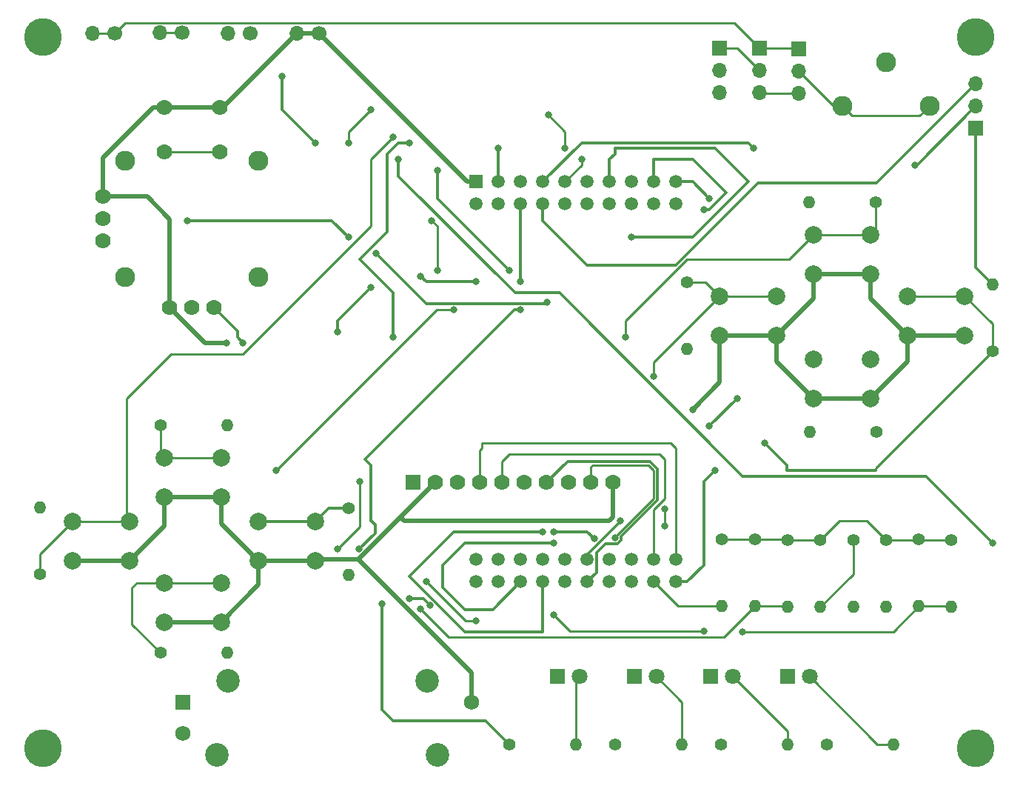
<source format=gtl>
G04 #@! TF.GenerationSoftware,KiCad,Pcbnew,9.0.0*
G04 #@! TF.CreationDate,2025-03-22T14:34:33-05:00*
G04 #@! TF.ProjectId,TMB3956,544d4233-3935-4362-9e6b-696361645f70,v1.0.1*
G04 #@! TF.SameCoordinates,Original*
G04 #@! TF.FileFunction,Copper,L1,Top*
G04 #@! TF.FilePolarity,Positive*
%FSLAX46Y46*%
G04 Gerber Fmt 4.6, Leading zero omitted, Abs format (unit mm)*
G04 Created by KiCad (PCBNEW 9.0.0) date 2025-03-22 14:34:33*
%MOMM*%
%LPD*%
G01*
G04 APERTURE LIST*
G04 #@! TA.AperFunction,ComponentPad*
%ADD10R,1.700000X1.700000*%
G04 #@! TD*
G04 #@! TA.AperFunction,ComponentPad*
%ADD11O,1.700000X1.700000*%
G04 #@! TD*
G04 #@! TA.AperFunction,ComponentPad*
%ADD12C,1.778000*%
G04 #@! TD*
G04 #@! TA.AperFunction,ComponentPad*
%ADD13C,2.286000*%
G04 #@! TD*
G04 #@! TA.AperFunction,ComponentPad*
%ADD14C,2.000000*%
G04 #@! TD*
G04 #@! TA.AperFunction,WasherPad*
%ADD15C,2.700000*%
G04 #@! TD*
G04 #@! TA.AperFunction,ComponentPad*
%ADD16R,1.750000X1.750000*%
G04 #@! TD*
G04 #@! TA.AperFunction,ComponentPad*
%ADD17C,1.750000*%
G04 #@! TD*
G04 #@! TA.AperFunction,ComponentPad*
%ADD18R,1.800000X1.800000*%
G04 #@! TD*
G04 #@! TA.AperFunction,ComponentPad*
%ADD19C,1.800000*%
G04 #@! TD*
G04 #@! TA.AperFunction,ComponentPad*
%ADD20C,4.318000*%
G04 #@! TD*
G04 #@! TA.AperFunction,ComponentPad*
%ADD21R,1.778000X1.778000*%
G04 #@! TD*
G04 #@! TA.AperFunction,ComponentPad*
%ADD22C,1.400000*%
G04 #@! TD*
G04 #@! TA.AperFunction,ComponentPad*
%ADD23O,1.400000X1.400000*%
G04 #@! TD*
G04 #@! TA.AperFunction,ComponentPad*
%ADD24C,1.700000*%
G04 #@! TD*
G04 #@! TA.AperFunction,ComponentPad*
%ADD25R,1.520000X1.520000*%
G04 #@! TD*
G04 #@! TA.AperFunction,ComponentPad*
%ADD26C,1.520000*%
G04 #@! TD*
G04 #@! TA.AperFunction,ViaPad*
%ADD27C,0.800000*%
G04 #@! TD*
G04 #@! TA.AperFunction,Conductor*
%ADD28C,0.300000*%
G04 #@! TD*
G04 #@! TA.AperFunction,Conductor*
%ADD29C,0.500000*%
G04 #@! TD*
G04 #@! TA.AperFunction,Conductor*
%ADD30C,0.250000*%
G04 #@! TD*
G04 APERTURE END LIST*
D10*
X161250000Y-52330000D03*
D11*
X161250000Y-49790000D03*
X161250000Y-47250000D03*
D10*
X141000000Y-43225000D03*
D11*
X141000000Y-45765000D03*
X141000000Y-48305000D03*
D12*
X61470000Y-65207500D03*
X61470000Y-62667500D03*
X61470000Y-60127500D03*
X69090000Y-72827500D03*
X71630000Y-72827500D03*
X74170000Y-72827500D03*
D13*
X64010000Y-56000000D03*
X64010000Y-69335000D03*
X79250000Y-69335000D03*
X79250000Y-56000000D03*
D12*
X68455000Y-55047500D03*
X74805000Y-55047500D03*
X68455000Y-49967500D03*
X74805000Y-49967500D03*
D14*
X58000000Y-97250000D03*
X64500000Y-97250000D03*
X58000000Y-101750000D03*
X64500000Y-101750000D03*
X68500000Y-90000000D03*
X75000000Y-90000000D03*
X68500000Y-94500000D03*
X75000000Y-94500000D03*
D15*
X74500000Y-123900000D03*
X75700000Y-115500000D03*
X98500000Y-115500000D03*
X99700000Y-123900000D03*
D16*
X70600000Y-117950000D03*
D17*
X70600000Y-121450000D03*
X103600000Y-117950000D03*
D14*
X132000000Y-71500000D03*
X138500000Y-71500000D03*
X132000000Y-76000000D03*
X138500000Y-76000000D03*
X153500000Y-71500000D03*
X160000000Y-71500000D03*
X153500000Y-76000000D03*
X160000000Y-76000000D03*
D18*
X139710000Y-115000000D03*
D19*
X142250000Y-115000000D03*
D20*
X161290000Y-41910000D03*
X161290000Y-123190000D03*
X54610000Y-41910000D03*
X54610000Y-123190000D03*
D18*
X130935000Y-115000000D03*
D19*
X133475000Y-115000000D03*
D14*
X142750000Y-64500000D03*
X149250000Y-64500000D03*
X142750000Y-69000000D03*
X149250000Y-69000000D03*
X79250000Y-97250000D03*
X85750000Y-97250000D03*
X79250000Y-101750000D03*
X85750000Y-101750000D03*
D13*
X156000000Y-49750000D03*
X151000000Y-44750000D03*
X146000000Y-49750000D03*
D14*
X68500000Y-104250000D03*
X75000000Y-104250000D03*
X68500000Y-108750000D03*
X75000000Y-108750000D03*
D10*
X136500000Y-43170000D03*
D11*
X136500000Y-45710000D03*
X136500000Y-48250000D03*
D18*
X113420000Y-115000000D03*
D19*
X115960000Y-115000000D03*
D14*
X142750000Y-78750000D03*
X149250000Y-78750000D03*
X142750000Y-83250000D03*
X149250000Y-83250000D03*
D10*
X131945000Y-43170000D03*
D11*
X131945000Y-45710000D03*
X131945000Y-48250000D03*
D18*
X122185000Y-115000000D03*
D19*
X124725000Y-115000000D03*
D21*
X96925000Y-92800000D03*
D12*
X99465000Y-92800000D03*
X102005000Y-92800000D03*
X104545000Y-92800000D03*
X107085000Y-92800000D03*
X109625000Y-92800000D03*
X112165000Y-92800000D03*
X114705000Y-92800000D03*
X117245000Y-92800000D03*
X119785000Y-92800000D03*
D22*
X132250000Y-99305000D03*
D23*
X132250000Y-106925000D03*
D24*
X70525000Y-41420000D03*
D11*
X67985000Y-41420000D03*
D22*
X158500000Y-99365000D03*
D23*
X158500000Y-106985000D03*
D22*
X151000000Y-99365000D03*
D23*
X151000000Y-106985000D03*
D25*
X104140000Y-58420000D03*
D26*
X106680000Y-58420000D03*
X109220000Y-58420000D03*
X111760000Y-58420000D03*
X114300000Y-58420000D03*
X116840000Y-58420000D03*
X119380000Y-58420000D03*
X121920000Y-58420000D03*
X124460000Y-58420000D03*
X127000000Y-58420000D03*
X104140000Y-104140000D03*
X106680000Y-104140000D03*
X109220000Y-104140000D03*
X111760000Y-104140000D03*
X114300000Y-104140000D03*
X116840000Y-104140000D03*
X119380000Y-104140000D03*
X121920000Y-104140000D03*
X124460000Y-104140000D03*
X127000000Y-104140000D03*
X104140000Y-60960000D03*
X106680000Y-60960000D03*
X109220000Y-60960000D03*
X111760000Y-60960000D03*
X114300000Y-60960000D03*
X116840000Y-60960000D03*
X119380000Y-60960000D03*
X121920000Y-60960000D03*
X124460000Y-60960000D03*
X127000000Y-60960000D03*
X104140000Y-101600000D03*
X106680000Y-101600000D03*
X109220000Y-101600000D03*
X111760000Y-101600000D03*
X114300000Y-101600000D03*
X116840000Y-101600000D03*
X119380000Y-101600000D03*
X121920000Y-101600000D03*
X124460000Y-101600000D03*
X127000000Y-101600000D03*
D22*
X149810000Y-60750000D03*
D23*
X142190000Y-60750000D03*
D22*
X136000000Y-99305000D03*
D23*
X136000000Y-106925000D03*
D22*
X107940000Y-122750000D03*
D23*
X115560000Y-122750000D03*
D24*
X62775000Y-41500000D03*
D11*
X60235000Y-41500000D03*
D24*
X86141750Y-41500000D03*
D11*
X83601750Y-41500000D03*
D22*
X143500000Y-99365000D03*
D23*
X143500000Y-106985000D03*
D22*
X68000000Y-86250000D03*
D23*
X75620000Y-86250000D03*
D22*
X149870000Y-87000000D03*
D23*
X142250000Y-87000000D03*
D24*
X78260000Y-41500000D03*
D11*
X75720000Y-41500000D03*
D22*
X132120000Y-122750000D03*
D23*
X139740000Y-122750000D03*
D22*
X128250000Y-69880000D03*
D23*
X128250000Y-77500000D03*
D22*
X54250000Y-103250000D03*
D23*
X54250000Y-95630000D03*
D22*
X120000000Y-122750000D03*
D23*
X127620000Y-122750000D03*
D22*
X89500000Y-95750000D03*
D23*
X89500000Y-103370000D03*
D22*
X139750000Y-99365000D03*
D23*
X139750000Y-106985000D03*
D22*
X68000000Y-112250000D03*
D23*
X75620000Y-112250000D03*
D22*
X163195000Y-77810000D03*
D23*
X163195000Y-70190000D03*
D22*
X154750000Y-99305000D03*
D23*
X154750000Y-106925000D03*
D22*
X147250000Y-99365000D03*
D23*
X147250000Y-106985000D03*
D22*
X144250000Y-122750000D03*
D23*
X151870000Y-122750000D03*
D27*
X85725000Y-53975000D03*
X81915000Y-46355000D03*
X77470000Y-76835000D03*
X98882525Y-106857475D03*
X96520000Y-106045000D03*
X75565000Y-76835000D03*
X128905000Y-84455000D03*
X121920000Y-64770000D03*
X111760000Y-98425000D03*
X120015000Y-99100000D03*
X113030000Y-98425000D03*
X117614798Y-99239798D03*
X106680000Y-54610000D03*
X96520000Y-54015000D03*
X94615000Y-76200000D03*
X135890000Y-54610000D03*
X154305000Y-56515000D03*
X112395000Y-50800000D03*
X89535000Y-53975000D03*
X92075000Y-50165000D03*
X99695000Y-68580000D03*
X114300000Y-54610000D03*
X99060000Y-62865000D03*
X101600000Y-73090000D03*
X116205000Y-55880000D03*
X81280000Y-91440000D03*
X163195000Y-99695000D03*
X95250000Y-55880000D03*
X94615000Y-53340000D03*
X130175000Y-61595000D03*
X130810000Y-60325000D03*
X88265000Y-100370000D03*
X90805000Y-92710000D03*
X121220000Y-76200000D03*
X113030000Y-99695000D03*
X130810000Y-86360000D03*
X133985000Y-83185000D03*
X131445000Y-91440000D03*
X137160000Y-88265000D03*
X109220000Y-73090000D03*
X90763630Y-100369999D03*
X93345000Y-106680000D03*
X109220000Y-69850000D03*
X89535000Y-64770000D03*
X71120000Y-62865000D03*
X112217525Y-72212525D03*
X92710000Y-66635000D03*
X113030000Y-107950000D03*
X104140000Y-108585000D03*
X98465000Y-104140000D03*
X134620000Y-109855000D03*
X130175000Y-109815000D03*
X97790000Y-107275000D03*
X120650000Y-97220000D03*
X124460000Y-80645000D03*
X125730000Y-95820000D03*
X125730000Y-97750000D03*
X99695000Y-57150000D03*
X88265000Y-75565000D03*
X92075000Y-70485000D03*
X104140000Y-69850000D03*
X107950000Y-68580000D03*
X97790000Y-69215000D03*
D28*
X85725000Y-53975000D02*
X81915000Y-50165000D01*
X98070050Y-106045000D02*
X98882525Y-106857475D01*
X76835000Y-76200000D02*
X76835000Y-75492500D01*
X77470000Y-76835000D02*
X76835000Y-76200000D01*
X161250000Y-68245000D02*
X163195000Y-70190000D01*
X76835000Y-75492500D02*
X74170000Y-72827500D01*
X81915000Y-50165000D02*
X81915000Y-46355000D01*
X96520000Y-106045000D02*
X98070050Y-106045000D01*
X161250000Y-52330000D02*
X161250000Y-68245000D01*
D29*
X132000000Y-81360000D02*
X128905000Y-84455000D01*
X153500000Y-76000000D02*
X153500000Y-79000000D01*
X83601750Y-41500000D02*
X86141750Y-41500000D01*
X149250000Y-71750000D02*
X153500000Y-76000000D01*
X75000000Y-94500000D02*
X75000000Y-97500000D01*
X79250000Y-104500000D02*
X79250000Y-101750000D01*
X95497500Y-96767500D02*
X90665000Y-101600000D01*
X119380000Y-97155000D02*
X95885000Y-97155000D01*
X95885000Y-97155000D02*
X95497500Y-96767500D01*
X74805000Y-49967500D02*
X75134250Y-49967500D01*
X68455000Y-49967500D02*
X74805000Y-49967500D01*
X149250000Y-69000000D02*
X149250000Y-71750000D01*
X142750000Y-83250000D02*
X149250000Y-83250000D01*
X73097500Y-76835000D02*
X69090000Y-72827500D01*
X67197765Y-49967500D02*
X61470000Y-55695265D01*
X69090000Y-62740000D02*
X69090000Y-72827500D01*
X75000000Y-94500000D02*
X68500000Y-94500000D01*
X75134250Y-49967500D02*
X83601750Y-41500000D01*
X138500000Y-79000000D02*
X142750000Y-83250000D01*
X85900000Y-101600000D02*
X85750000Y-101750000D01*
X132000000Y-76000000D02*
X132000000Y-81360000D01*
X153500000Y-76000000D02*
X160000000Y-76000000D01*
X61470000Y-55695265D02*
X61470000Y-60127500D01*
X119785000Y-96750000D02*
X119380000Y-97155000D01*
X86141750Y-41500000D02*
X103061750Y-58420000D01*
X75000000Y-97500000D02*
X79250000Y-101750000D01*
X103061750Y-58420000D02*
X104140000Y-58420000D01*
X66477500Y-60127500D02*
X69090000Y-62740000D01*
X103600000Y-114535000D02*
X90665000Y-101600000D01*
X61470000Y-60127500D02*
X66477500Y-60127500D01*
X75000000Y-108750000D02*
X79250000Y-104500000D01*
X142750000Y-71750000D02*
X138500000Y-76000000D01*
X99465000Y-92800000D02*
X95497500Y-96767500D01*
X153500000Y-79000000D02*
X149250000Y-83250000D01*
X90665000Y-101600000D02*
X85900000Y-101600000D01*
X58000000Y-101750000D02*
X64500000Y-101750000D01*
X103600000Y-117950000D02*
X103600000Y-114535000D01*
X142750000Y-69000000D02*
X142750000Y-71750000D01*
X138500000Y-76000000D02*
X132000000Y-76000000D01*
X68500000Y-108750000D02*
X75000000Y-108750000D01*
X138500000Y-76000000D02*
X138500000Y-79000000D01*
X142750000Y-69000000D02*
X149250000Y-69000000D01*
X119785000Y-92800000D02*
X119785000Y-96750000D01*
X85750000Y-101750000D02*
X79250000Y-101750000D01*
X68500000Y-94500000D02*
X68500000Y-97750000D01*
X68455000Y-49967500D02*
X67197765Y-49967500D01*
X75565000Y-76835000D02*
X73097500Y-76835000D01*
X68500000Y-97750000D02*
X64500000Y-101750000D01*
D28*
X119380000Y-55880000D02*
X119380000Y-58420000D01*
X120015000Y-55245000D02*
X119380000Y-55880000D01*
X131445000Y-54610000D02*
X120015000Y-54610000D01*
X121920000Y-64770000D02*
X128905000Y-64770000D01*
X135255000Y-58420000D02*
X131445000Y-54610000D01*
X128905000Y-64770000D02*
X135255000Y-58420000D01*
X120015000Y-54610000D02*
X120015000Y-55245000D01*
X111760000Y-109855000D02*
X111760000Y-104140000D01*
X111760000Y-98425000D02*
X101600000Y-98425000D01*
X96520000Y-103505000D02*
X102870000Y-109855000D01*
X102870000Y-109855000D02*
X111760000Y-109855000D01*
X101600000Y-98425000D02*
X96520000Y-103505000D01*
X120305364Y-99801000D02*
X120716000Y-99390364D01*
X120716000Y-98961454D02*
X124886000Y-94791454D01*
X117901000Y-100803364D02*
X118903364Y-99801000D01*
X124886000Y-91263545D02*
X124001454Y-90379000D01*
X118903364Y-99801000D02*
X120305364Y-99801000D01*
X117901000Y-103079000D02*
X117901000Y-100803364D01*
X114586000Y-90379000D02*
X112165000Y-92800000D01*
X116840000Y-104140000D02*
X117901000Y-103079000D01*
X124886000Y-94791454D02*
X124886000Y-91263545D01*
X120716000Y-99390364D02*
X120716000Y-98961454D01*
X124001454Y-90379000D02*
X114586000Y-90379000D01*
D30*
X120015000Y-99060000D02*
X120015000Y-99100000D01*
X117245000Y-91035000D02*
X117475000Y-90805000D01*
X117475000Y-90805000D02*
X123825000Y-90805000D01*
X117245000Y-92800000D02*
X117245000Y-91035000D01*
X124460000Y-94615000D02*
X120015000Y-99060000D01*
X124460000Y-91440000D02*
X124460000Y-94615000D01*
X123825000Y-90805000D02*
X124460000Y-91440000D01*
D28*
X116800000Y-98425000D02*
X117614798Y-99239798D01*
X113030000Y-98425000D02*
X116800000Y-98425000D01*
D30*
X127000000Y-88900000D02*
X126365000Y-88265000D01*
X104545000Y-89130000D02*
X104545000Y-92800000D01*
X104775000Y-88900000D02*
X104545000Y-89130000D01*
X127000000Y-101600000D02*
X127000000Y-88900000D01*
X126365000Y-88265000D02*
X104775000Y-88265000D01*
X104775000Y-88265000D02*
X104775000Y-88900000D01*
X115560000Y-115400000D02*
X115960000Y-115000000D01*
X115560000Y-122750000D02*
X115560000Y-115400000D01*
D28*
X85750000Y-97250000D02*
X87250000Y-95750000D01*
X94615000Y-76200000D02*
X94615000Y-71120000D01*
X93980000Y-64135000D02*
X93980000Y-55245000D01*
X87250000Y-95750000D02*
X89500000Y-95750000D01*
X95210000Y-54015000D02*
X96520000Y-54015000D01*
X85750000Y-97250000D02*
X79250000Y-97250000D01*
X90805000Y-67310000D02*
X93980000Y-64135000D01*
X106680000Y-54610000D02*
X106680000Y-58420000D01*
X93980000Y-55245000D02*
X95210000Y-54015000D01*
X94615000Y-71120000D02*
X90805000Y-67310000D01*
D30*
X127620000Y-117895000D02*
X124725000Y-115000000D01*
X127620000Y-122750000D02*
X127620000Y-117895000D01*
D28*
X135255000Y-53975000D02*
X116205000Y-53975000D01*
X161250000Y-49790000D02*
X154525000Y-56515000D01*
X135890000Y-54610000D02*
X135255000Y-53975000D01*
X116205000Y-53975000D02*
X111760000Y-58420000D01*
X154525000Y-56515000D02*
X154305000Y-56515000D01*
D30*
X89535000Y-52705000D02*
X92075000Y-50165000D01*
X112395000Y-50800000D02*
X114300000Y-52705000D01*
X99695000Y-68580000D02*
X99695000Y-63500000D01*
X68500000Y-104250000D02*
X65295000Y-104250000D01*
X114300000Y-52705000D02*
X114300000Y-54610000D01*
X89535000Y-53975000D02*
X89535000Y-52705000D01*
X99630000Y-73090000D02*
X101600000Y-73090000D01*
X68500000Y-104250000D02*
X75000000Y-104250000D01*
X116205000Y-55880000D02*
X116205000Y-56515000D01*
X116205000Y-56515000D02*
X114300000Y-58420000D01*
X99695000Y-63500000D02*
X99060000Y-62865000D01*
X81280000Y-91440000D02*
X99630000Y-73090000D01*
X65295000Y-104250000D02*
X64770000Y-104775000D01*
X64770000Y-104775000D02*
X64770000Y-109020000D01*
X64770000Y-109020000D02*
X68000000Y-112250000D01*
D28*
X108585000Y-71120000D02*
X95250000Y-57785000D01*
X95250000Y-57785000D02*
X95250000Y-55880000D01*
X113665000Y-71120000D02*
X108585000Y-71120000D01*
X155575000Y-92075000D02*
X134620000Y-92075000D01*
X134620000Y-92075000D02*
X113665000Y-71120000D01*
X163195000Y-99695000D02*
X155575000Y-92075000D01*
D30*
X70485000Y-78105000D02*
X77470000Y-78105000D01*
X92075000Y-63500000D02*
X92075000Y-55880000D01*
X54250000Y-103250000D02*
X54250000Y-101000000D01*
X54250000Y-101000000D02*
X58000000Y-97250000D01*
X69215000Y-78105000D02*
X70485000Y-78105000D01*
X64135000Y-96885000D02*
X64135000Y-83185000D01*
X64135000Y-83185000D02*
X69215000Y-78105000D01*
X64500000Y-97250000D02*
X58000000Y-97250000D01*
X77470000Y-78105000D02*
X92075000Y-63500000D01*
X92075000Y-55880000D02*
X94615000Y-53340000D01*
X64500000Y-97250000D02*
X64135000Y-96885000D01*
D28*
X130175000Y-61595000D02*
X130810000Y-61595000D01*
X128905000Y-55880000D02*
X124460000Y-55880000D01*
X130810000Y-61595000D02*
X132715000Y-59690000D01*
X124460000Y-55880000D02*
X124460000Y-58420000D01*
X132715000Y-59690000D02*
X128905000Y-55880000D01*
X128905000Y-58420000D02*
X127000000Y-58420000D01*
X130810000Y-60325000D02*
X128905000Y-58420000D01*
D30*
X142750000Y-64500000D02*
X149250000Y-64500000D01*
X149810000Y-63940000D02*
X149250000Y-64500000D01*
X90805000Y-92710000D02*
X90805000Y-97830000D01*
X130175000Y-67310000D02*
X128270000Y-67310000D01*
X90805000Y-97830000D02*
X88265000Y-100370000D01*
X128270000Y-67310000D02*
X121220000Y-74360000D01*
X121220000Y-74360000D02*
X121220000Y-76200000D01*
X142750000Y-64500000D02*
X139940000Y-67310000D01*
X149810000Y-60750000D02*
X149810000Y-63940000D01*
X139940000Y-67310000D02*
X130175000Y-67310000D01*
D28*
X100330000Y-104775000D02*
X102870000Y-107315000D01*
X106045000Y-107315000D02*
X109220000Y-104140000D01*
X113030000Y-99695000D02*
X102870000Y-99695000D01*
X100330000Y-102235000D02*
X100330000Y-104775000D01*
X102870000Y-107315000D02*
X106045000Y-107315000D01*
X102870000Y-99695000D02*
X100330000Y-102235000D01*
X133985000Y-83185000D02*
X130810000Y-86360000D01*
D30*
X127245000Y-106925000D02*
X124460000Y-104140000D01*
X132250000Y-106925000D02*
X127245000Y-106925000D01*
D28*
X139700000Y-91440000D02*
X149860000Y-91440000D01*
X128270000Y-104140000D02*
X130175000Y-102235000D01*
X137160000Y-88265000D02*
X139700000Y-90805000D01*
X139700000Y-90805000D02*
X139700000Y-91440000D01*
X130175000Y-102235000D02*
X130175000Y-92710000D01*
D30*
X153500000Y-71500000D02*
X160000000Y-71500000D01*
X163195000Y-74695000D02*
X163195000Y-77810000D01*
X160000000Y-71500000D02*
X163195000Y-74695000D01*
X163195000Y-77810000D02*
X149860000Y-91145000D01*
D28*
X127000000Y-104140000D02*
X128270000Y-104140000D01*
D30*
X149860000Y-91145000D02*
X149860000Y-91440000D01*
D28*
X130175000Y-92710000D02*
X131445000Y-91440000D01*
X109220000Y-60960000D02*
X109220000Y-69850000D01*
X93345000Y-118745000D02*
X94615000Y-120015000D01*
X108520000Y-73090000D02*
X91440000Y-90170000D01*
X94615000Y-120015000D02*
X105205000Y-120015000D01*
X92550202Y-98583427D02*
X90763630Y-100369999D01*
X92550202Y-97630202D02*
X92550202Y-98583427D01*
X109220000Y-73090000D02*
X108520000Y-73090000D01*
X92075000Y-97155000D02*
X92550202Y-97630202D01*
X92075000Y-90805000D02*
X92075000Y-97155000D01*
X93345000Y-106680000D02*
X93345000Y-118745000D01*
X105205000Y-120015000D02*
X107940000Y-122750000D01*
X91440000Y-90170000D02*
X92075000Y-90805000D01*
X127000000Y-67945000D02*
X116840000Y-67945000D01*
X116840000Y-67945000D02*
X111760000Y-62865000D01*
X111760000Y-62865000D02*
X111760000Y-60960000D01*
X149893190Y-58606810D02*
X136338190Y-58606810D01*
X161250000Y-47250000D02*
X149893190Y-58606810D01*
X161250000Y-47585000D02*
X161290000Y-47625000D01*
X161250000Y-47250000D02*
X161250000Y-47585000D01*
X136338190Y-58606810D02*
X127000000Y-67945000D01*
D30*
X67985000Y-41420000D02*
X70525000Y-41420000D01*
X68455000Y-55047500D02*
X74805000Y-55047500D01*
D28*
X112040050Y-72390000D02*
X112217525Y-72212525D01*
X110490000Y-72390000D02*
X112040050Y-72390000D01*
X87630000Y-62865000D02*
X89535000Y-64770000D01*
X98465000Y-72390000D02*
X110490000Y-72390000D01*
X71120000Y-62865000D02*
X87630000Y-62865000D01*
X92710000Y-66635000D02*
X98465000Y-72390000D01*
D30*
X136555000Y-48305000D02*
X136500000Y-48250000D01*
X141000000Y-48305000D02*
X136555000Y-48305000D01*
X114895000Y-109815000D02*
X113030000Y-107950000D01*
X154750000Y-106925000D02*
X151820000Y-109855000D01*
X151820000Y-109855000D02*
X134620000Y-109855000D01*
X130175000Y-109815000D02*
X114895000Y-109815000D01*
X158440000Y-106925000D02*
X158500000Y-106985000D01*
X154750000Y-106925000D02*
X158440000Y-106925000D01*
X104140000Y-108585000D02*
X102910000Y-108585000D01*
X102910000Y-108585000D02*
X98465000Y-104140000D01*
X132435000Y-110490000D02*
X101005000Y-110490000D01*
X101005000Y-110490000D02*
X97790000Y-107275000D01*
X136000000Y-106925000D02*
X132435000Y-110490000D01*
X136000000Y-106925000D02*
X139690000Y-106925000D01*
X139690000Y-106925000D02*
X139750000Y-106985000D01*
X68500000Y-90000000D02*
X75000000Y-90000000D01*
X68000000Y-86250000D02*
X68000000Y-89500000D01*
X68000000Y-89500000D02*
X68500000Y-90000000D01*
X132000000Y-71500000D02*
X138500000Y-71500000D01*
X116840000Y-101030000D02*
X116840000Y-101600000D01*
X132000000Y-71500000D02*
X124460000Y-79040000D01*
X128250000Y-69880000D02*
X130380000Y-69880000D01*
X130380000Y-69880000D02*
X132000000Y-71500000D01*
X120650000Y-97220000D02*
X116840000Y-101030000D01*
X124460000Y-79040000D02*
X124460000Y-80645000D01*
X125730000Y-95820000D02*
X125730000Y-97750000D01*
X139740000Y-121265000D02*
X139740000Y-122750000D01*
X133475000Y-115000000D02*
X139740000Y-121265000D01*
X150000000Y-122750000D02*
X151870000Y-122750000D01*
X142250000Y-115000000D02*
X150000000Y-122750000D01*
X147143000Y-50893000D02*
X154857000Y-50893000D01*
X146000000Y-49750000D02*
X147143000Y-50893000D01*
X154857000Y-50893000D02*
X156000000Y-49750000D01*
X144985000Y-49750000D02*
X146000000Y-49750000D01*
X141000000Y-45765000D02*
X144985000Y-49750000D01*
D28*
X97790000Y-69215000D02*
X98425000Y-69850000D01*
X98425000Y-69850000D02*
X104140000Y-69850000D01*
X99695000Y-60325000D02*
X99695000Y-57150000D01*
X88265000Y-74295000D02*
X92075000Y-70485000D01*
X107950000Y-68580000D02*
X99695000Y-60325000D01*
X88265000Y-75565000D02*
X88265000Y-74295000D01*
D30*
X124460000Y-95885000D02*
X125730000Y-94615000D01*
X107950000Y-89535000D02*
X107085000Y-90400000D01*
X125730000Y-90170000D02*
X125095000Y-89535000D01*
X125730000Y-94615000D02*
X125730000Y-90170000D01*
X107085000Y-90400000D02*
X107085000Y-92800000D01*
X125095000Y-89535000D02*
X107950000Y-89535000D01*
X124460000Y-101600000D02*
X124460000Y-95885000D01*
X60235000Y-41500000D02*
X62775000Y-41500000D01*
X139690000Y-99305000D02*
X139750000Y-99365000D01*
X133624000Y-40294000D02*
X136500000Y-43170000D01*
X139750000Y-99365000D02*
X143500000Y-99365000D01*
X136000000Y-99305000D02*
X139690000Y-99305000D01*
X132250000Y-99305000D02*
X136000000Y-99305000D01*
X63981000Y-40294000D02*
X133624000Y-40294000D01*
X151000000Y-99365000D02*
X154690000Y-99365000D01*
X155185000Y-99305000D02*
X155245000Y-99365000D01*
X145710000Y-97155000D02*
X148790000Y-97155000D01*
X136500000Y-43170000D02*
X140945000Y-43170000D01*
X154690000Y-99365000D02*
X154750000Y-99305000D01*
X148790000Y-97155000D02*
X151000000Y-99365000D01*
X154750000Y-99305000D02*
X155185000Y-99305000D01*
X62775000Y-41500000D02*
X63981000Y-40294000D01*
X155245000Y-99365000D02*
X158500000Y-99365000D01*
X140945000Y-43170000D02*
X141000000Y-43225000D01*
X143500000Y-99365000D02*
X145710000Y-97155000D01*
X136500000Y-45710000D02*
X133960000Y-43170000D01*
X133960000Y-43170000D02*
X131945000Y-43170000D01*
X143500000Y-106985000D02*
X147250000Y-103235000D01*
X147250000Y-103235000D02*
X147250000Y-99365000D01*
M02*

</source>
